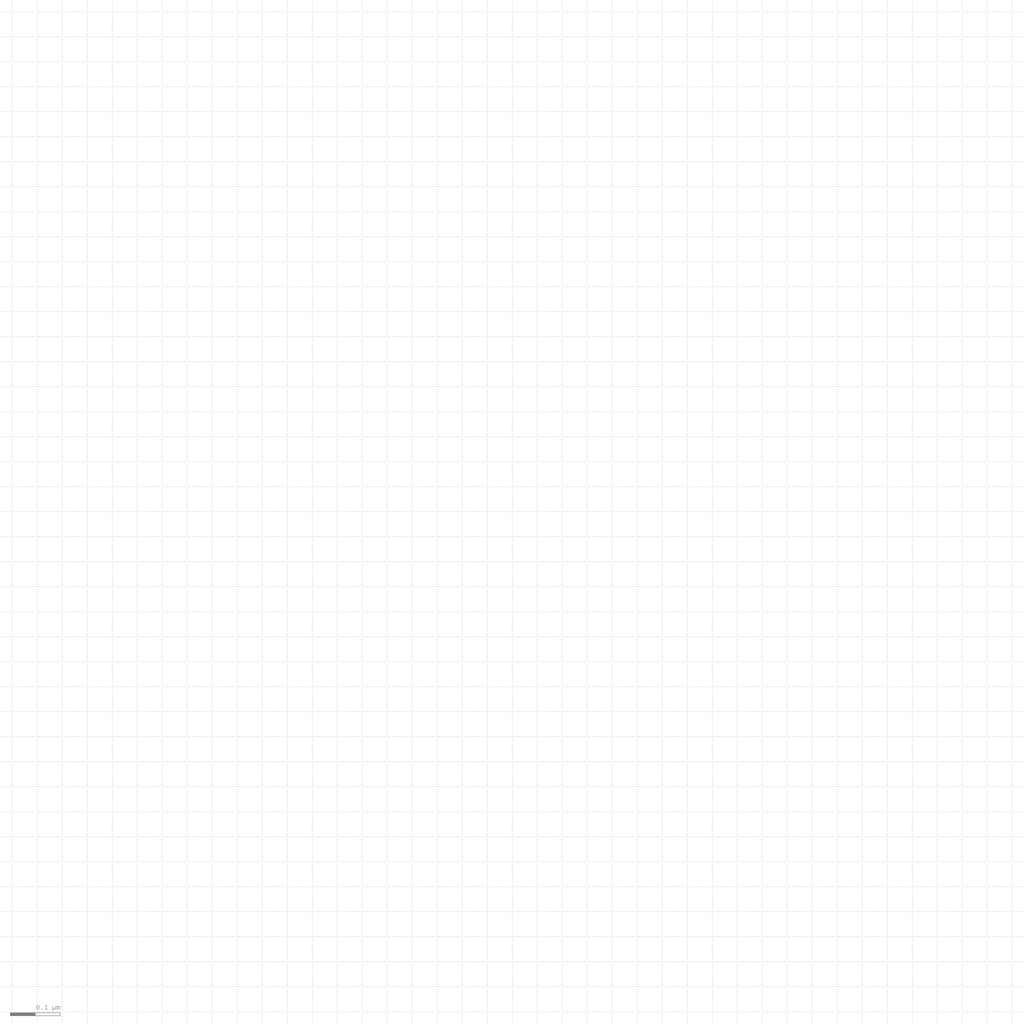
<source format=lef>
MACRO RA1SHD_4096x8
  PIN A[0]
    AntennaGateArea  0.0792 ;
  END A[0]
  PIN A[10]
    AntennaGateArea  0.0792 ;
  END A[10]
  PIN A[11]
    AntennaGateArea  0.0792 ;
  END A[11]
  PIN A[1]
    AntennaGateArea  0.0792 ;
  END A[1]
  PIN A[2]
    AntennaGateArea  0.0792 ;
  END A[2]
  PIN A[3]
    AntennaGateArea  0.0792 ;
  END A[3]
  PIN A[4]
    AntennaGateArea  0.0792 ;
  END A[4]
  PIN A[5]
    AntennaGateArea  0.0792 ;
  END A[5]
  PIN A[6]
    AntennaGateArea  0.0792 ;
  END A[6]
  PIN A[7]
    AntennaGateArea  0.0792 ;
  END A[7]
  PIN A[8]
    AntennaGateArea  0.0792 ;
  END A[8]
  PIN A[9]
    AntennaGateArea  0.0792 ;
  END A[9]
  PIN CEN
    AntennaGateArea  0.0792 ;
  END CEN
  PIN CLK
    AntennaGateArea  0.0792 ;
  END CLK
  PIN D[0]
    AntennaGateArea  0.0792 ;
  END D[0]
  PIN D[1]
    AntennaGateArea  0.0792 ;
  END D[1]
  PIN D[2]
    AntennaGateArea  0.0792 ;
  END D[2]
  PIN D[3]
    AntennaGateArea  0.0792 ;
  END D[3]
  PIN D[4]
    AntennaGateArea  0.0792 ;
  END D[4]
  PIN D[5]
    AntennaGateArea  0.0792 ;
  END D[5]
  PIN D[6]
    AntennaGateArea  0.0792 ;
  END D[6]
  PIN D[7]
    AntennaGateArea  0.0792 ;
  END D[7]
  PIN OEN
    AntennaGateArea  0.0792 ;
  END OEN
  PIN WEN
    AntennaGateArea  0.0792 ;
  END WEN
END RA1SHD_4096x8

</source>
